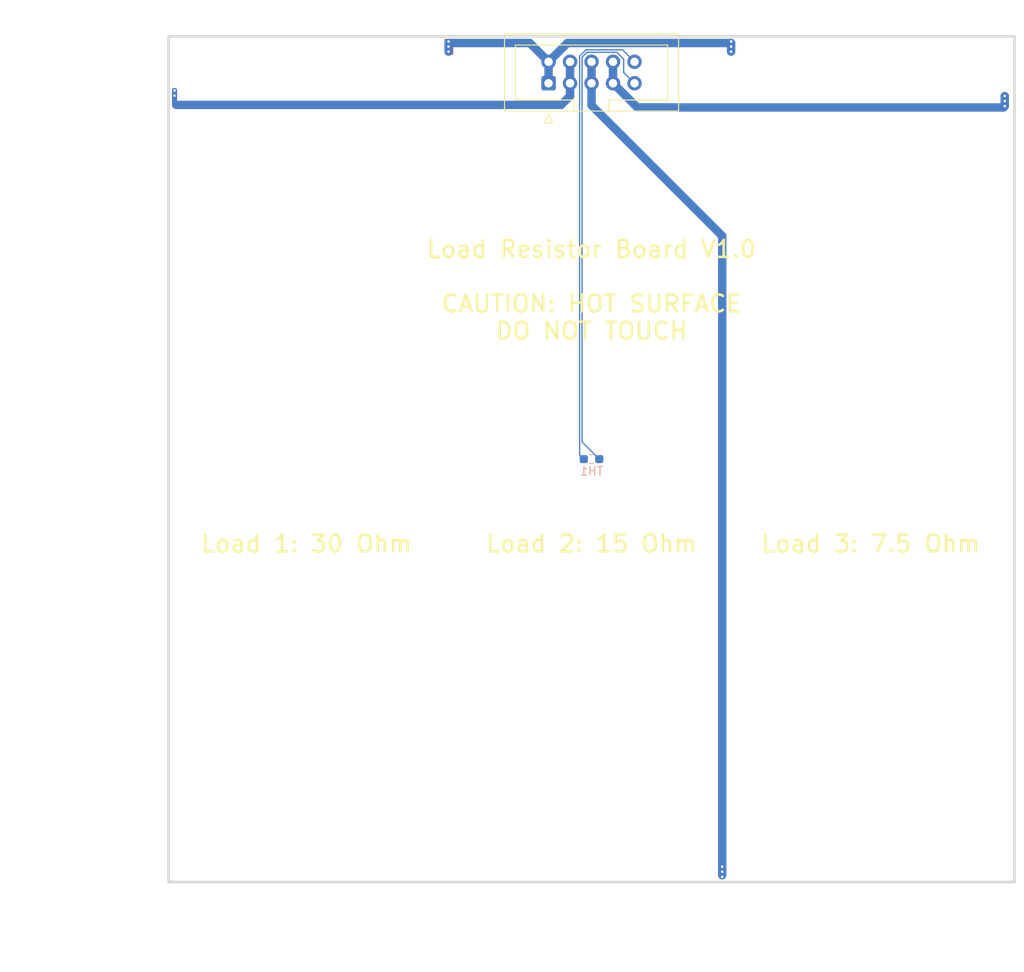
<source format=kicad_pcb>
(kicad_pcb (version 20171130) (host pcbnew "(5.1.10)-1")

  (general
    (thickness 1.6)
    (drawings 10)
    (tracks 53)
    (zones 0)
    (modules 6)
    (nets 4)
  )

  (page A4)
  (layers
    (0 F.Cu signal)
    (31 B.Cu signal)
    (32 B.Adhes user)
    (33 F.Adhes user)
    (34 B.Paste user)
    (35 F.Paste user)
    (36 B.SilkS user)
    (37 F.SilkS user)
    (38 B.Mask user)
    (39 F.Mask user)
    (40 Dwgs.User user)
    (41 Cmts.User user)
    (42 Eco1.User user)
    (43 Eco2.User user)
    (44 Edge.Cuts user)
    (45 Margin user)
    (46 B.CrtYd user)
    (47 F.CrtYd user)
    (48 B.Fab user)
    (49 F.Fab user)
  )

  (setup
    (last_trace_width 0.6)
    (user_trace_width 0.15)
    (user_trace_width 0.163)
    (user_trace_width 0.6)
    (user_trace_width 1)
    (user_trace_width 3)
    (trace_clearance 0.13)
    (zone_clearance 0)
    (zone_45_only no)
    (trace_min 0.13)
    (via_size 0.6)
    (via_drill 0.3)
    (via_min_size 0.6)
    (via_min_drill 0.3)
    (user_via 0.6 0.3)
    (uvia_size 0.3)
    (uvia_drill 0.1)
    (uvias_allowed no)
    (uvia_min_size 0.2)
    (uvia_min_drill 0.1)
    (edge_width 0.05)
    (segment_width 0.2)
    (pcb_text_width 0.3)
    (pcb_text_size 1.5 1.5)
    (mod_edge_width 0.12)
    (mod_text_size 1 1)
    (mod_text_width 0.15)
    (pad_size 1.524 1.524)
    (pad_drill 0.762)
    (pad_to_mask_clearance 0)
    (aux_axis_origin 0 0)
    (visible_elements 7FFFFFFF)
    (pcbplotparams
      (layerselection 0x3f1fc_ffffffff)
      (usegerberextensions false)
      (usegerberattributes true)
      (usegerberadvancedattributes true)
      (creategerberjobfile true)
      (excludeedgelayer true)
      (linewidth 0.100000)
      (plotframeref false)
      (viasonmask true)
      (mode 1)
      (useauxorigin false)
      (hpglpennumber 1)
      (hpglpenspeed 20)
      (hpglpendiameter 15.000000)
      (psnegative false)
      (psa4output false)
      (plotreference true)
      (plotvalue true)
      (plotinvisibletext false)
      (padsonsilk false)
      (subtractmaskfromsilk false)
      (outputformat 1)
      (mirror false)
      (drillshape 0)
      (scaleselection 1)
      (outputdirectory "Gerber/"))
  )

  (net 0 "")
  (net 1 GND)
  (net 2 /NTC_ext)
  (net 3 /Loads)

  (net_class Default "This is the default net class."
    (clearance 0.13)
    (trace_width 0.13)
    (via_dia 0.6)
    (via_drill 0.3)
    (uvia_dia 0.3)
    (uvia_drill 0.1)
    (add_net /Loads)
    (add_net /NTC_ext)
    (add_net GND)
  )

  (module Resistor_SMD:R_0603_1608Metric_Pad0.98x0.95mm_HandSolder (layer B.Cu) (tedit 5F68FEEE) (tstamp 610AD867)
    (at 100 100)
    (descr "Resistor SMD 0603 (1608 Metric), square (rectangular) end terminal, IPC_7351 nominal with elongated pad for handsoldering. (Body size source: IPC-SM-782 page 72, https://www.pcb-3d.com/wordpress/wp-content/uploads/ipc-sm-782a_amendment_1_and_2.pdf), generated with kicad-footprint-generator")
    (tags "resistor handsolder")
    (path /610A81AB)
    (attr smd)
    (fp_text reference TH1 (at 0 1.43) (layer B.SilkS)
      (effects (font (size 1 1) (thickness 0.15)) (justify mirror))
    )
    (fp_text value Thermistor_NTC (at 0 -1.43) (layer B.Fab)
      (effects (font (size 1 1) (thickness 0.15)) (justify mirror))
    )
    (fp_line (start -0.8 -0.4125) (end -0.8 0.4125) (layer B.Fab) (width 0.1))
    (fp_line (start -0.8 0.4125) (end 0.8 0.4125) (layer B.Fab) (width 0.1))
    (fp_line (start 0.8 0.4125) (end 0.8 -0.4125) (layer B.Fab) (width 0.1))
    (fp_line (start 0.8 -0.4125) (end -0.8 -0.4125) (layer B.Fab) (width 0.1))
    (fp_line (start -0.254724 0.5225) (end 0.254724 0.5225) (layer B.SilkS) (width 0.12))
    (fp_line (start -0.254724 -0.5225) (end 0.254724 -0.5225) (layer B.SilkS) (width 0.12))
    (fp_line (start -1.65 -0.73) (end -1.65 0.73) (layer B.CrtYd) (width 0.05))
    (fp_line (start -1.65 0.73) (end 1.65 0.73) (layer B.CrtYd) (width 0.05))
    (fp_line (start 1.65 0.73) (end 1.65 -0.73) (layer B.CrtYd) (width 0.05))
    (fp_line (start 1.65 -0.73) (end -1.65 -0.73) (layer B.CrtYd) (width 0.05))
    (fp_text user %R (at 0 0) (layer B.Fab)
      (effects (font (size 0.4 0.4) (thickness 0.06)) (justify mirror))
    )
    (pad 2 smd roundrect (at 0.9125 0) (size 0.975 0.95) (layers B.Cu B.Paste B.Mask) (roundrect_rratio 0.25)
      (net 2 /NTC_ext))
    (pad 1 smd roundrect (at -0.9125 0) (size 0.975 0.95) (layers B.Cu B.Paste B.Mask) (roundrect_rratio 0.25)
      (net 1 GND))
    (model ${KISYS3DMOD}/Resistor_SMD.3dshapes/R_0603_1608Metric.wrl
      (at (xyz 0 0 0))
      (scale (xyz 1 1 1))
      (rotate (xyz 0 0 0))
    )
  )

  (module Connector_IDC:IDC-Header_2x05_P2.54mm_Vertical (layer F.Cu) (tedit 5EAC9A07) (tstamp 61071B00)
    (at 94.92 55.54 90)
    (descr "Through hole IDC box header, 2x05, 2.54mm pitch, DIN 41651 / IEC 60603-13, double rows, https://docs.google.com/spreadsheets/d/16SsEcesNF15N3Lb4niX7dcUr-NY5_MFPQhobNuNppn4/edit#gid=0")
    (tags "Through hole vertical IDC box header THT 2x05 2.54mm double row")
    (path /61069FAE)
    (fp_text reference J1 (at 1.27 -6.1 90) (layer F.SilkS) hide
      (effects (font (size 1 1) (thickness 0.15)))
    )
    (fp_text value Conn_02x05_Odd_Even (at 1.27 16.26 90) (layer F.Fab)
      (effects (font (size 1 1) (thickness 0.15)))
    )
    (fp_line (start 6.22 -5.6) (end -3.68 -5.6) (layer F.CrtYd) (width 0.05))
    (fp_line (start 6.22 15.76) (end 6.22 -5.6) (layer F.CrtYd) (width 0.05))
    (fp_line (start -3.68 15.76) (end 6.22 15.76) (layer F.CrtYd) (width 0.05))
    (fp_line (start -3.68 -5.6) (end -3.68 15.76) (layer F.CrtYd) (width 0.05))
    (fp_line (start -4.68 0.5) (end -3.68 0) (layer F.SilkS) (width 0.12))
    (fp_line (start -4.68 -0.5) (end -4.68 0.5) (layer F.SilkS) (width 0.12))
    (fp_line (start -3.68 0) (end -4.68 -0.5) (layer F.SilkS) (width 0.12))
    (fp_line (start -1.98 7.13) (end -3.29 7.13) (layer F.SilkS) (width 0.12))
    (fp_line (start -1.98 7.13) (end -1.98 7.13) (layer F.SilkS) (width 0.12))
    (fp_line (start -1.98 14.07) (end -1.98 7.13) (layer F.SilkS) (width 0.12))
    (fp_line (start 4.52 14.07) (end -1.98 14.07) (layer F.SilkS) (width 0.12))
    (fp_line (start 4.52 -3.91) (end 4.52 14.07) (layer F.SilkS) (width 0.12))
    (fp_line (start -1.98 -3.91) (end 4.52 -3.91) (layer F.SilkS) (width 0.12))
    (fp_line (start -1.98 3.03) (end -1.98 -3.91) (layer F.SilkS) (width 0.12))
    (fp_line (start -3.29 3.03) (end -1.98 3.03) (layer F.SilkS) (width 0.12))
    (fp_line (start -3.29 15.37) (end -3.29 -5.21) (layer F.SilkS) (width 0.12))
    (fp_line (start 5.83 15.37) (end -3.29 15.37) (layer F.SilkS) (width 0.12))
    (fp_line (start 5.83 -5.21) (end 5.83 15.37) (layer F.SilkS) (width 0.12))
    (fp_line (start -3.29 -5.21) (end 5.83 -5.21) (layer F.SilkS) (width 0.12))
    (fp_line (start -1.98 7.13) (end -3.18 7.13) (layer F.Fab) (width 0.1))
    (fp_line (start -1.98 7.13) (end -1.98 7.13) (layer F.Fab) (width 0.1))
    (fp_line (start -1.98 14.07) (end -1.98 7.13) (layer F.Fab) (width 0.1))
    (fp_line (start 4.52 14.07) (end -1.98 14.07) (layer F.Fab) (width 0.1))
    (fp_line (start 4.52 -3.91) (end 4.52 14.07) (layer F.Fab) (width 0.1))
    (fp_line (start -1.98 -3.91) (end 4.52 -3.91) (layer F.Fab) (width 0.1))
    (fp_line (start -1.98 3.03) (end -1.98 -3.91) (layer F.Fab) (width 0.1))
    (fp_line (start -3.18 3.03) (end -1.98 3.03) (layer F.Fab) (width 0.1))
    (fp_line (start -3.18 15.26) (end -3.18 -4.1) (layer F.Fab) (width 0.1))
    (fp_line (start 5.72 15.26) (end -3.18 15.26) (layer F.Fab) (width 0.1))
    (fp_line (start 5.72 -5.1) (end 5.72 15.26) (layer F.Fab) (width 0.1))
    (fp_line (start -2.18 -5.1) (end 5.72 -5.1) (layer F.Fab) (width 0.1))
    (fp_line (start -3.18 -4.1) (end -2.18 -5.1) (layer F.Fab) (width 0.1))
    (fp_text user %R (at 1.27 5.08) (layer F.Fab)
      (effects (font (size 1 1) (thickness 0.15)))
    )
    (pad 10 thru_hole circle (at 2.54 10.16 90) (size 1.7 1.7) (drill 1) (layers *.Cu *.Mask)
      (net 1 GND))
    (pad 8 thru_hole circle (at 2.54 7.62 90) (size 1.7 1.7) (drill 1) (layers *.Cu *.Mask)
      (net 3 /Loads))
    (pad 6 thru_hole circle (at 2.54 5.08 90) (size 1.7 1.7) (drill 1) (layers *.Cu *.Mask)
      (net 3 /Loads))
    (pad 4 thru_hole circle (at 2.54 2.54 90) (size 1.7 1.7) (drill 1) (layers *.Cu *.Mask)
      (net 3 /Loads))
    (pad 2 thru_hole circle (at 2.54 0 90) (size 1.7 1.7) (drill 1) (layers *.Cu *.Mask)
      (net 3 /Loads))
    (pad 9 thru_hole circle (at 0 10.16 90) (size 1.7 1.7) (drill 1) (layers *.Cu *.Mask)
      (net 2 /NTC_ext))
    (pad 7 thru_hole circle (at 0 7.62 90) (size 1.7 1.7) (drill 1) (layers *.Cu *.Mask)
      (net 3 /Loads))
    (pad 5 thru_hole circle (at 0 5.08 90) (size 1.7 1.7) (drill 1) (layers *.Cu *.Mask)
      (net 3 /Loads))
    (pad 3 thru_hole circle (at 0 2.54 90) (size 1.7 1.7) (drill 1) (layers *.Cu *.Mask)
      (net 3 /Loads))
    (pad 1 thru_hole roundrect (at 0 0 90) (size 1.7 1.7) (drill 1) (layers *.Cu *.Mask) (roundrect_rratio 0.1470588235294118)
      (net 3 /Loads))
    (model ${KISYS3DMOD}/Connector_IDC.3dshapes/IDC-Header_2x05_P2.54mm_Vertical.wrl
      (at (xyz 0 0 0))
      (scale (xyz 1 1 1))
      (rotate (xyz 0 0 0))
    )
  )

  (module MountingHole:MountingHole_3.2mm_M3 (layer F.Cu) (tedit 56D1B4CB) (tstamp 61071AD1)
    (at 146 146)
    (descr "Mounting Hole 3.2mm, no annular, M3")
    (tags "mounting hole 3.2mm no annular m3")
    (path /6106DE57)
    (attr virtual)
    (fp_text reference H4 (at 0 -4.2) (layer F.SilkS) hide
      (effects (font (size 1 1) (thickness 0.15)))
    )
    (fp_text value MountingHole (at 0 4.2) (layer F.Fab)
      (effects (font (size 1 1) (thickness 0.15)))
    )
    (fp_circle (center 0 0) (end 3.45 0) (layer F.CrtYd) (width 0.05))
    (fp_circle (center 0 0) (end 3.2 0) (layer Cmts.User) (width 0.15))
    (fp_text user %R (at 0.3 0) (layer F.Fab)
      (effects (font (size 1 1) (thickness 0.15)))
    )
    (pad 1 np_thru_hole circle (at 0 0) (size 3.2 3.2) (drill 3.2) (layers *.Cu *.Mask))
  )

  (module MountingHole:MountingHole_3.2mm_M3 (layer F.Cu) (tedit 56D1B4CB) (tstamp 61071AC9)
    (at 54 146)
    (descr "Mounting Hole 3.2mm, no annular, M3")
    (tags "mounting hole 3.2mm no annular m3")
    (path /6106DC5F)
    (attr virtual)
    (fp_text reference H3 (at 0 -4.2) (layer F.SilkS) hide
      (effects (font (size 1 1) (thickness 0.15)))
    )
    (fp_text value MountingHole (at 0 4.2) (layer F.Fab)
      (effects (font (size 1 1) (thickness 0.15)))
    )
    (fp_circle (center 0 0) (end 3.45 0) (layer F.CrtYd) (width 0.05))
    (fp_circle (center 0 0) (end 3.2 0) (layer Cmts.User) (width 0.15))
    (fp_text user %R (at 0.3 0) (layer F.Fab)
      (effects (font (size 1 1) (thickness 0.15)))
    )
    (pad 1 np_thru_hole circle (at 0 0) (size 3.2 3.2) (drill 3.2) (layers *.Cu *.Mask))
  )

  (module MountingHole:MountingHole_3.2mm_M3 (layer F.Cu) (tedit 56D1B4CB) (tstamp 61071AC1)
    (at 146 54)
    (descr "Mounting Hole 3.2mm, no annular, M3")
    (tags "mounting hole 3.2mm no annular m3")
    (path /6106DA4A)
    (attr virtual)
    (fp_text reference H2 (at 0 -4.2) (layer F.SilkS) hide
      (effects (font (size 1 1) (thickness 0.15)))
    )
    (fp_text value MountingHole (at 0 4.2) (layer F.Fab)
      (effects (font (size 1 1) (thickness 0.15)))
    )
    (fp_circle (center 0 0) (end 3.45 0) (layer F.CrtYd) (width 0.05))
    (fp_circle (center 0 0) (end 3.2 0) (layer Cmts.User) (width 0.15))
    (fp_text user %R (at 0.3 0) (layer F.Fab)
      (effects (font (size 1 1) (thickness 0.15)))
    )
    (pad 1 np_thru_hole circle (at 0 0) (size 3.2 3.2) (drill 3.2) (layers *.Cu *.Mask))
  )

  (module MountingHole:MountingHole_3.2mm_M3 (layer F.Cu) (tedit 56D1B4CB) (tstamp 61071AB9)
    (at 54 54)
    (descr "Mounting Hole 3.2mm, no annular, M3")
    (tags "mounting hole 3.2mm no annular m3")
    (path /6106C733)
    (attr virtual)
    (fp_text reference H1 (at 0 -4.2) (layer F.SilkS) hide
      (effects (font (size 1 1) (thickness 0.15)))
    )
    (fp_text value MountingHole (at 0 4.2) (layer F.Fab)
      (effects (font (size 1 1) (thickness 0.15)))
    )
    (fp_circle (center 0 0) (end 3.45 0) (layer F.CrtYd) (width 0.05))
    (fp_circle (center 0 0) (end 3.2 0) (layer Cmts.User) (width 0.15))
    (fp_text user %R (at 0.3 0) (layer F.Fab)
      (effects (font (size 1 1) (thickness 0.15)))
    )
    (pad 1 np_thru_hole circle (at 0 0) (size 3.2 3.2) (drill 3.2) (layers *.Cu *.Mask))
  )

  (gr_text "Load Resistor Board V1.0\n\nCAUTION: HOT SURFACE\nDO NOT TOUCH" (at 100 80) (layer F.SilkS) (tstamp 610AE156)
    (effects (font (size 2 2) (thickness 0.3)))
  )
  (dimension 100 (width 0.15) (layer Dwgs.User)
    (gr_text "100,000 mm" (at 100 161.299999) (layer Dwgs.User)
      (effects (font (size 2 2) (thickness 0.3)))
    )
    (feature1 (pts (xy 150 150) (xy 150 160.58642)))
    (feature2 (pts (xy 50 150) (xy 50 160.58642)))
    (crossbar (pts (xy 50 159.999999) (xy 150 159.999999)))
    (arrow1a (pts (xy 150 159.999999) (xy 148.873496 160.58642)))
    (arrow1b (pts (xy 150 159.999999) (xy 148.873496 159.413578)))
    (arrow2a (pts (xy 50 159.999999) (xy 51.126504 160.58642)))
    (arrow2b (pts (xy 50 159.999999) (xy 51.126504 159.413578)))
  )
  (dimension 100 (width 0.15) (layer Dwgs.User)
    (gr_text "100,000 mm" (at 38.7 100 90) (layer Dwgs.User)
      (effects (font (size 2 2) (thickness 0.3)))
    )
    (feature1 (pts (xy 50 50) (xy 39.413579 50)))
    (feature2 (pts (xy 50 150) (xy 39.413579 150)))
    (crossbar (pts (xy 40 150) (xy 40 50)))
    (arrow1a (pts (xy 40 50) (xy 40.586421 51.126504)))
    (arrow1b (pts (xy 40 50) (xy 39.413579 51.126504)))
    (arrow2a (pts (xy 40 150) (xy 40.586421 148.873496)))
    (arrow2b (pts (xy 40 150) (xy 39.413579 148.873496)))
  )
  (gr_text "Load 3: 7.5 Ohm" (at 133 110) (layer F.SilkS) (tstamp 610ADF08)
    (effects (font (size 2 2) (thickness 0.3)))
  )
  (gr_text "Load 2: 15 Ohm" (at 100 110) (layer F.SilkS) (tstamp 610ADE5B)
    (effects (font (size 2 2) (thickness 0.3)))
  )
  (gr_text "Load 1: 30 Ohm" (at 66.3 110) (layer F.SilkS)
    (effects (font (size 2 2) (thickness 0.3)))
  )
  (gr_line (start 150 50) (end 150 150) (layer Edge.Cuts) (width 0.3))
  (gr_line (start 50 50) (end 150 50) (layer Edge.Cuts) (width 0.3))
  (gr_line (start 50 150) (end 50 50) (layer Edge.Cuts) (width 0.3))
  (gr_line (start 150 150) (end 50 150) (layer Edge.Cuts) (width 0.3))

  (segment (start 98.58999 99.50249) (end 99.0875 100) (width 0.15) (layer B.Cu) (net 1))
  (segment (start 98.58999 52.344904) (end 98.58999 99.50249) (width 0.15) (layer B.Cu) (net 1))
  (segment (start 99.344904 51.58999) (end 98.58999 52.344904) (width 0.15) (layer B.Cu) (net 1))
  (segment (start 103.669989 51.589989) (end 99.344904 51.58999) (width 0.15) (layer B.Cu) (net 1))
  (segment (start 105.08 53) (end 103.669989 51.589989) (width 0.15) (layer B.Cu) (net 1))
  (segment (start 103.8 52.688978) (end 103.8 54.26) (width 0.15) (layer B.Cu) (net 2))
  (segment (start 100.9125 100) (end 98.8765 97.964) (width 0.15) (layer B.Cu) (net 2))
  (segment (start 98.8765 97.964) (end 98.8765 52.46358) (width 0.15) (layer B.Cu) (net 2))
  (segment (start 98.8765 52.46358) (end 99.463582 51.876498) (width 0.15) (layer B.Cu) (net 2))
  (segment (start 99.463582 51.876498) (end 102.987521 51.876498) (width 0.15) (layer B.Cu) (net 2))
  (segment (start 103.8 54.26) (end 105.08 55.54) (width 0.15) (layer B.Cu) (net 2))
  (segment (start 102.987521 51.876498) (end 103.8 52.688978) (width 0.15) (layer B.Cu) (net 2))
  (via (at 115.45 148.2) (size 0.6) (drill 0.3) (layers F.Cu B.Cu) (net 3) (tstamp 610AE095))
  (via (at 148.85 58.25) (size 0.6) (drill 0.3) (layers F.Cu B.Cu) (net 3) (tstamp 610AE095))
  (via (at 116.5 51.8) (size 0.6) (drill 0.3) (layers F.Cu B.Cu) (net 3) (tstamp 610AE095))
  (via (at 83.1 51.8) (size 0.6) (drill 0.3) (layers F.Cu B.Cu) (net 3) (tstamp 610AE089))
  (via (at 115.45 148.8) (size 0.6) (drill 0.3) (layers F.Cu B.Cu) (net 3) (tstamp 610ADEB9))
  (via (at 116.5 51.2) (size 0.6) (drill 0.3) (layers F.Cu B.Cu) (net 3) (tstamp 610ADA3A))
  (via (at 50.7 57) (size 0.6) (drill 0.3) (layers F.Cu B.Cu) (net 3))
  (via (at 50.7 56.4) (size 0.6) (drill 0.3) (layers F.Cu B.Cu) (net 3))
  (segment (start 94.92 55.54) (end 94.92 53) (width 1) (layer B.Cu) (net 3))
  (segment (start 97.46 55.54) (end 97.46 53) (width 1) (layer B.Cu) (net 3))
  (segment (start 100 55.54) (end 100 53) (width 1) (layer B.Cu) (net 3))
  (segment (start 102.54 55.54) (end 102.54 53) (width 1) (layer B.Cu) (net 3))
  (segment (start 116.5975 50.4975) (end 116.5975 50.8025) (width 0.395) (layer F.Cu) (net 3))
  (via (at 83.1 50.6) (size 0.6) (drill 0.3) (layers F.Cu B.Cu) (net 3))
  (via (at 83.1 51.2) (size 0.6) (drill 0.3) (layers F.Cu B.Cu) (net 3))
  (segment (start 97.46 55.54) (end 97.46 57.04) (width 1) (layer B.Cu) (net 3))
  (segment (start 97.46 57.04) (end 96.4 58.1) (width 1) (layer B.Cu) (net 3))
  (segment (start 96.4 58.1) (end 50.9 58.1) (width 1) (layer B.Cu) (net 3))
  (segment (start 50.7 56.4) (end 50.7 58.1) (width 0.6) (layer B.Cu) (net 3))
  (segment (start 50.7 56.4) (end 50.7 57) (width 0.6) (layer F.Cu) (net 3))
  (via (at 116.5 50.6) (size 0.6) (drill 0.3) (layers F.Cu B.Cu) (net 3))
  (segment (start 94.92 53) (end 97.13999 50.78001) (width 1) (layer B.Cu) (net 3))
  (segment (start 116.5 51.2) (end 116.5 50.6) (width 0.6) (layer B.Cu) (net 3))
  (segment (start 97.13999 50.78001) (end 116.5 50.78001) (width 1) (layer B.Cu) (net 3))
  (segment (start 94.92 53) (end 92.70001 50.78001) (width 1) (layer B.Cu) (net 3))
  (segment (start 92.70001 50.78001) (end 83.1 50.78001) (width 1) (layer B.Cu) (net 3))
  (via (at 148.85 57.65) (size 0.6) (drill 0.3) (layers F.Cu B.Cu) (net 3))
  (via (at 148.85 57.05) (size 0.6) (drill 0.3) (layers F.Cu B.Cu) (net 3))
  (via (at 115.45 149.4) (size 0.6) (drill 0.3) (layers F.Cu B.Cu) (net 3))
  (segment (start 115.45 73.6) (end 115.45 149.21999) (width 1) (layer B.Cu) (net 3))
  (segment (start 100 58.15) (end 115.45 73.6) (width 1) (layer B.Cu) (net 3))
  (segment (start 100 55.54) (end 100 58.15) (width 1) (layer B.Cu) (net 3))
  (segment (start 83.1 51.8) (end 83.1 50.78001) (width 1) (layer B.Cu) (net 3))
  (segment (start 116.5 51.8) (end 116.5 50.78001) (width 1) (layer B.Cu) (net 3))
  (segment (start 148.7 58.4) (end 148.85 58.25) (width 1) (layer B.Cu) (net 3))
  (segment (start 105.4 58.4) (end 148.7 58.4) (width 1) (layer B.Cu) (net 3))
  (segment (start 102.54 55.54) (end 105.4 58.4) (width 1) (layer B.Cu) (net 3))
  (segment (start 115.45 148.2) (end 115.45 149.4) (width 0.6) (layer F.Cu) (net 3))
  (segment (start 116.5 50.6) (end 116.5 51.8) (width 0.6) (layer F.Cu) (net 3))
  (segment (start 148.85 58.25) (end 148.85 57.05) (width 1) (layer B.Cu) (net 3))
  (segment (start 148.85 57.05) (end 148.85 58.25) (width 0.6) (layer F.Cu) (net 3))

  (zone (net 3) (net_name /Loads) (layer F.Cu) (tstamp 610AE9BC) (hatch edge 0.508)
    (connect_pads (clearance 0))
    (min_thickness 0.1)
    (fill yes (arc_segments 32) (thermal_gap 0.508) (thermal_bridge_width 0.508))
    (polygon
      (pts
        (xy 83.65 52.15) (xy 82.65 52.15) (xy 82.65 50.3) (xy 83.65 50.3)
      )
    )
    (filled_polygon
      (pts
        (xy 83.6 52.1) (xy 82.7 52.1) (xy 82.7 50.35) (xy 83.6 50.35)
      )
    )
  )
)

</source>
